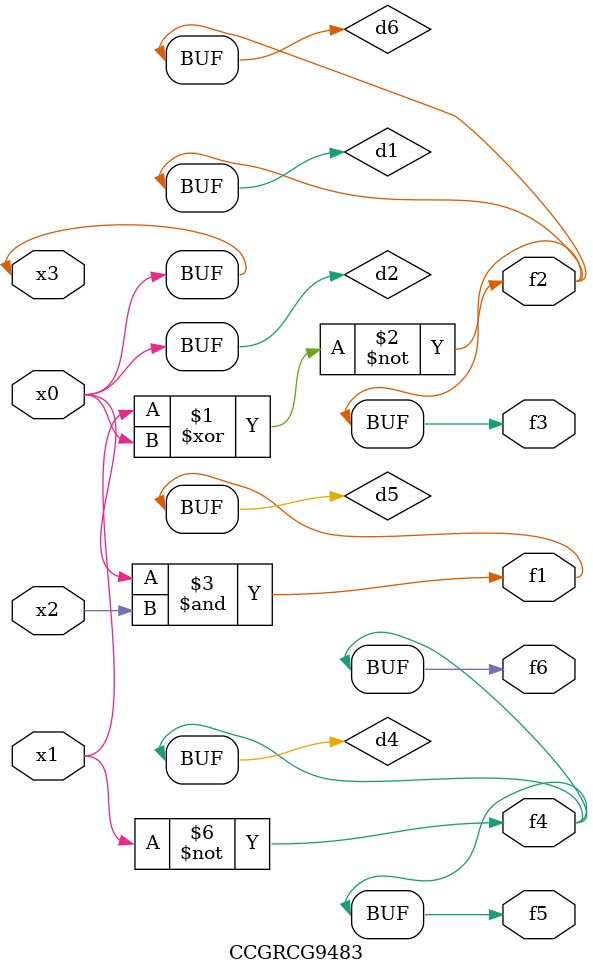
<source format=v>
module CCGRCG9483(
	input x0, x1, x2, x3,
	output f1, f2, f3, f4, f5, f6
);

	wire d1, d2, d3, d4, d5, d6;

	xnor (d1, x1, x3);
	buf (d2, x0, x3);
	nand (d3, x0, x2);
	not (d4, x1);
	nand (d5, d3);
	or (d6, d1);
	assign f1 = d5;
	assign f2 = d6;
	assign f3 = d6;
	assign f4 = d4;
	assign f5 = d4;
	assign f6 = d4;
endmodule

</source>
